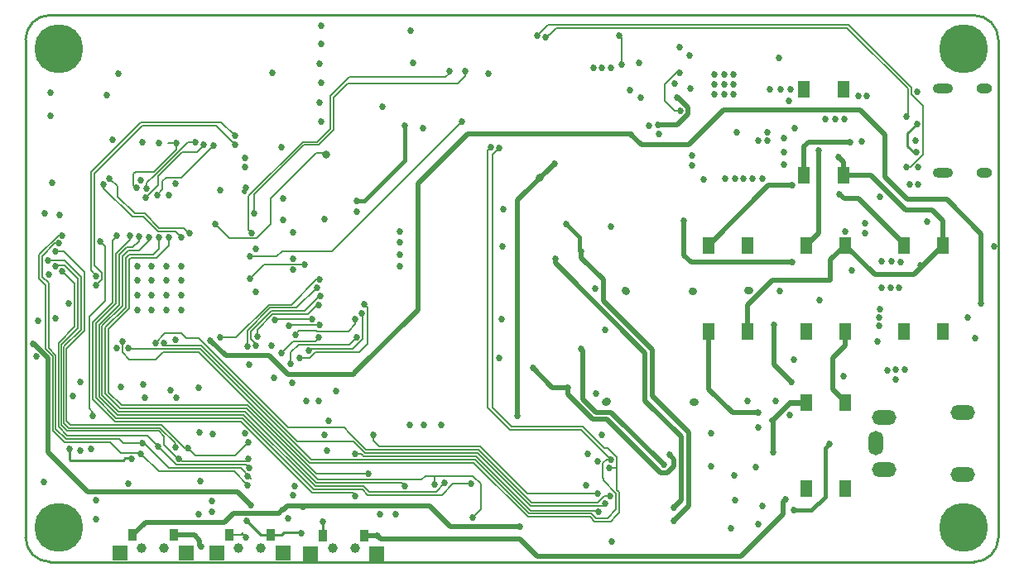
<source format=gbr>
%TF.GenerationSoftware,KiCad,Pcbnew,(6.0.4)*%
%TF.CreationDate,2023-03-22T18:48:27+03:00*%
%TF.ProjectId,mp3_test_board,6d70335f-7465-4737-945f-626f6172642e,rev?*%
%TF.SameCoordinates,Original*%
%TF.FileFunction,Copper,L1,Top*%
%TF.FilePolarity,Positive*%
%FSLAX46Y46*%
G04 Gerber Fmt 4.6, Leading zero omitted, Abs format (unit mm)*
G04 Created by KiCad (PCBNEW (6.0.4)) date 2023-03-22 18:48:27*
%MOMM*%
%LPD*%
G01*
G04 APERTURE LIST*
%TA.AperFunction,Profile*%
%ADD10C,0.250000*%
%TD*%
%TA.AperFunction,ComponentPad*%
%ADD11C,1.000000*%
%TD*%
%TA.AperFunction,SMDPad,CuDef*%
%ADD12R,0.900000X1.200000*%
%TD*%
%TA.AperFunction,SMDPad,CuDef*%
%ADD13R,1.500000X1.500000*%
%TD*%
%TA.AperFunction,SMDPad,CuDef*%
%ADD14R,1.300000X1.800000*%
%TD*%
%TA.AperFunction,ComponentPad*%
%ADD15C,5.000000*%
%TD*%
%TA.AperFunction,ComponentPad*%
%ADD16C,0.800000*%
%TD*%
%TA.AperFunction,ComponentPad*%
%ADD17O,1.500000X2.500000*%
%TD*%
%TA.AperFunction,ComponentPad*%
%ADD18O,2.500000X1.500000*%
%TD*%
%TA.AperFunction,ComponentPad*%
%ADD19O,2.100000X1.000000*%
%TD*%
%TA.AperFunction,ComponentPad*%
%ADD20O,1.600000X1.000000*%
%TD*%
%TA.AperFunction,ViaPad*%
%ADD21C,0.685800*%
%TD*%
%TA.AperFunction,ViaPad*%
%ADD22C,0.800000*%
%TD*%
%TA.AperFunction,Conductor*%
%ADD23C,0.508000*%
%TD*%
%TA.AperFunction,Conductor*%
%ADD24C,0.127000*%
%TD*%
%TA.AperFunction,Conductor*%
%ADD25C,0.800000*%
%TD*%
%TA.AperFunction,Conductor*%
%ADD26C,0.250000*%
%TD*%
%TA.AperFunction,Conductor*%
%ADD27C,0.400000*%
%TD*%
%TA.AperFunction,Conductor*%
%ADD28C,0.500000*%
%TD*%
%TA.AperFunction,Conductor*%
%ADD29C,0.600000*%
%TD*%
G04 APERTURE END LIST*
D10*
X173460000Y-99250000D02*
G75*
G03*
X175960000Y-96750000I-100J2500100D01*
G01*
X175960000Y-45750000D02*
G75*
G03*
X173460000Y-43250000I-2500000J0D01*
G01*
X78967767Y-43232167D02*
G75*
G03*
X76467767Y-45732233I33J-2500033D01*
G01*
X76467767Y-45732233D02*
X76467767Y-96732233D01*
X78967767Y-99232233D02*
X173467767Y-99232233D01*
X175960000Y-96750000D02*
X175960000Y-45750000D01*
X173467767Y-43232233D02*
X78967767Y-43232233D01*
X76467767Y-96732233D02*
G75*
G03*
X78967767Y-99232233I2500033J33D01*
G01*
D11*
%TO.P,SW7,*%
%TO.N,*%
X107850000Y-97852500D03*
X110150000Y-97852500D03*
D12*
%TO.P,SW7,1,1*%
%TO.N,Net-(R7-Pad1)*%
X111100000Y-96552500D03*
%TO.P,SW7,2,2*%
%TO.N,GND*%
X106900000Y-96552500D03*
D13*
%TO.P,SW7,3*%
%TO.N,N/C*%
X112400000Y-98392500D03*
%TO.P,SW7,4*%
X105600000Y-98392500D03*
%TD*%
D14*
%TO.P,SW1,1,1*%
%TO.N,Net-(R10-Pad2)*%
X146300000Y-75600000D03*
%TO.P,SW1,2,2*%
X146300000Y-66800000D03*
%TO.P,SW1,3,K*%
%TO.N,GND*%
X150300000Y-75600000D03*
%TO.P,SW1,4,A*%
%TO.N,unconnected-(SW1-Pad4)*%
X150300000Y-66800000D03*
%TD*%
D11*
%TO.P,SW6,*%
%TO.N,*%
X100550000Y-97780000D03*
X98250000Y-97780000D03*
D12*
%TO.P,SW6,1,1*%
%TO.N,/SOC/KEYS*%
X101500000Y-96480000D03*
%TO.P,SW6,2,2*%
%TO.N,GND*%
X97300000Y-96480000D03*
D13*
%TO.P,SW6,3*%
%TO.N,N/C*%
X102800000Y-98320000D03*
%TO.P,SW6,4*%
X96000000Y-98320000D03*
%TD*%
D15*
%TO.P,H4,1*%
%TO.N,N/C*%
X172400000Y-46700000D03*
D16*
X173725825Y-48025825D03*
X174275000Y-46700000D03*
X170525000Y-46700000D03*
X171074175Y-48025825D03*
X173725825Y-45374175D03*
X172400000Y-44825000D03*
X171074175Y-45374175D03*
X172400000Y-48575000D03*
%TD*%
%TO.P,H2,1*%
%TO.N,N/C*%
X79900000Y-48575000D03*
X81225825Y-45374175D03*
X78574175Y-45374175D03*
D15*
X79900000Y-46700000D03*
D16*
X79900000Y-44825000D03*
X81225825Y-48025825D03*
X81775000Y-46700000D03*
X78574175Y-48025825D03*
X78025000Y-46700000D03*
%TD*%
%TO.P,H1,1*%
%TO.N,N/C*%
X81225825Y-97025825D03*
X81775000Y-95700000D03*
X78574175Y-97025825D03*
D15*
X79900000Y-95700000D03*
D16*
X79900000Y-93825000D03*
X79900000Y-97575000D03*
X81225825Y-94374175D03*
X78025000Y-95700000D03*
X78574175Y-94374175D03*
%TD*%
D14*
%TO.P,SW3,1,1*%
%TO.N,Net-(R10-Pad1)*%
X156300000Y-91700000D03*
%TO.P,SW3,2,2*%
X156300000Y-82900000D03*
%TO.P,SW3,3,K*%
%TO.N,GND*%
X160300000Y-91700000D03*
%TO.P,SW3,4,A*%
%TO.N,unconnected-(SW3-Pad4)*%
X160300000Y-82900000D03*
%TD*%
%TO.P,SW2,1,1*%
%TO.N,Net-(R12-Pad2)*%
X166300000Y-75600000D03*
%TO.P,SW2,2,2*%
X166300000Y-66800000D03*
%TO.P,SW2,3,K*%
%TO.N,GND*%
X170300000Y-75600000D03*
%TO.P,SW2,4,A*%
X170300000Y-66800000D03*
%TD*%
D11*
%TO.P,SW8,*%
%TO.N,*%
X88350000Y-97780000D03*
X90650000Y-97780000D03*
D12*
%TO.P,SW8,1,1*%
%TO.N,GND*%
X91600000Y-96480000D03*
%TO.P,SW8,2,2*%
%TO.N,Net-(D12-Pad1)*%
X87400000Y-96480000D03*
D13*
%TO.P,SW8,3*%
%TO.N,N/C*%
X92900000Y-98320000D03*
%TO.P,SW8,4*%
X86100000Y-98320000D03*
%TD*%
D16*
%TO.P,H3,1*%
%TO.N,N/C*%
X174275000Y-95700000D03*
X173725825Y-97025825D03*
X171074175Y-94374175D03*
X171074175Y-97025825D03*
D15*
X172400000Y-95700000D03*
D16*
X170525000Y-95700000D03*
X173725825Y-94374175D03*
X172400000Y-97575000D03*
X172400000Y-93825000D03*
%TD*%
D14*
%TO.P,SW4,1,1*%
%TO.N,Net-(R13-Pad2)*%
X156100000Y-59600000D03*
%TO.P,SW4,2,2*%
X156100000Y-50800000D03*
%TO.P,SW4,3,K*%
%TO.N,GND*%
X160100000Y-59600000D03*
%TO.P,SW4,4,A*%
X160100000Y-50800000D03*
%TD*%
%TO.P,SW5,1,1*%
%TO.N,Net-(R11-Pad2)*%
X156300000Y-75600000D03*
%TO.P,SW5,2,2*%
X156300000Y-66800000D03*
%TO.P,SW5,3,K*%
%TO.N,GND*%
X160300000Y-75600000D03*
%TO.P,SW5,4,A*%
X160300000Y-66800000D03*
%TD*%
D17*
%TO.P,J2,1,1*%
%TO.N,GND*%
X163395000Y-87100000D03*
D18*
%TO.P,J2,2,2*%
%TO.N,unconnected-(J2-Pad2)*%
X164295000Y-84450000D03*
%TO.P,J2,3,3*%
%TO.N,Net-(D10-Pad2)*%
X172295000Y-90300000D03*
X172295000Y-83900000D03*
%TO.P,J2,4,4*%
%TO.N,Net-(D9-Pad2)*%
X164295000Y-89750000D03*
%TD*%
D19*
%TO.P,P2,S1,SHIELD*%
%TO.N,GND*%
X170325000Y-59390000D03*
X170325000Y-50750000D03*
D20*
X174505000Y-50750000D03*
X174505000Y-59390000D03*
%TD*%
D21*
%TO.N,+3V3*%
X133961747Y-88173555D03*
X107042700Y-64123938D03*
X94301140Y-90939455D03*
X84800000Y-51400000D03*
X154722700Y-50803938D03*
X83641747Y-92880055D03*
X152550000Y-50800000D03*
X103721408Y-80873216D03*
X139200000Y-48100000D03*
X102800000Y-64200000D03*
X112946020Y-52603980D03*
X94190000Y-81420000D03*
X91780000Y-60500000D03*
X96371564Y-61171564D03*
X101862358Y-80364166D03*
X119011747Y-85198555D03*
X79509100Y-74303938D03*
X153689132Y-50800000D03*
X115741747Y-85189949D03*
X110363806Y-63391630D03*
X88461747Y-81043555D03*
X153689132Y-50800000D03*
X79905000Y-63695000D03*
X136425747Y-97171555D03*
X154533762Y-51995000D03*
X103806445Y-92393555D03*
%TO.N,GND*%
X151807700Y-93478938D03*
X87870000Y-70420000D03*
X117082700Y-54803938D03*
X90870000Y-68920000D03*
X95531747Y-94063555D03*
X98942700Y-58783938D03*
X103301747Y-94783555D03*
X79030000Y-53570000D03*
X79203364Y-60413938D03*
X148900000Y-49300000D03*
X164032700Y-71143938D03*
X83640000Y-94830000D03*
X78812700Y-69833938D03*
X81264747Y-82220055D03*
X88208280Y-60143328D03*
X153991747Y-55863555D03*
X163570000Y-76630000D03*
X148900000Y-50300000D03*
X94161747Y-94373555D03*
X167732462Y-58793700D03*
X114740000Y-68990000D03*
X134950400Y-88922876D03*
X90870000Y-73420000D03*
X151411747Y-85487555D03*
X154010000Y-57300000D03*
X98942700Y-57873938D03*
X138243761Y-50924999D03*
X173601638Y-76325000D03*
X83141747Y-87650555D03*
X175500000Y-66900000D03*
X106672700Y-44293938D03*
X114740000Y-66520000D03*
X150800000Y-60000000D03*
X77531747Y-78193555D03*
X137750000Y-71400421D03*
X112670000Y-94310000D03*
X106660000Y-54090000D03*
X151800000Y-60000000D03*
X114730000Y-67750000D03*
X90870000Y-70420000D03*
X167665900Y-51100000D03*
X161672700Y-51513938D03*
X162482700Y-51533938D03*
X135878600Y-82725370D03*
X165934700Y-68513938D03*
X87870000Y-71920000D03*
X135750000Y-75425000D03*
X149000000Y-60000000D03*
X148900000Y-51300000D03*
X92370000Y-73420000D03*
X92370000Y-70420000D03*
X164012700Y-68433938D03*
X116058762Y-48100000D03*
X164972700Y-71143938D03*
X146900000Y-49300000D03*
X124900000Y-78386638D03*
X165032700Y-68463938D03*
X160992700Y-69373938D03*
X105166842Y-82718650D03*
X88665115Y-82395115D03*
X106721747Y-50149600D03*
X87870000Y-68920000D03*
X146900000Y-51300000D03*
X106421747Y-82719150D03*
X114341747Y-94318555D03*
X103802700Y-69303938D03*
X90870000Y-71920000D03*
X91880000Y-82440000D03*
X79000000Y-51200000D03*
X160100500Y-80200000D03*
X123800000Y-49200000D03*
X103782700Y-65463938D03*
X102620000Y-56730000D03*
X103782700Y-68153938D03*
X77738032Y-74522857D03*
X147900000Y-51300000D03*
X92370000Y-71920000D03*
X144800000Y-82875000D03*
X155142700Y-54843938D03*
X153175000Y-82775000D03*
X168035500Y-68853938D03*
X106830000Y-95120000D03*
X146900000Y-50300000D03*
X139400000Y-51700000D03*
X78420000Y-63540000D03*
X125235000Y-66956238D03*
X99020000Y-96676555D03*
X168700000Y-64400000D03*
X106721747Y-46203555D03*
X87870000Y-73420000D03*
X108210000Y-81740000D03*
X135409747Y-86249555D03*
X89370000Y-70420000D03*
X162000000Y-56200000D03*
X86944149Y-91229149D03*
X151157747Y-89551555D03*
X150300000Y-82775000D03*
X135412700Y-48653938D03*
X149900000Y-60000000D03*
X133771747Y-91403555D03*
X153600000Y-71500000D03*
X165772700Y-71153938D03*
X159582700Y-57773938D03*
X148000000Y-60000000D03*
X147900000Y-49300000D03*
X82091747Y-87803555D03*
X143381747Y-46533555D03*
X101746200Y-49146200D03*
X106542700Y-48243938D03*
X136325000Y-64910000D03*
X94231747Y-85963555D03*
X78321747Y-91071745D03*
X85921400Y-49200000D03*
X89370000Y-73420000D03*
X115804381Y-44795619D03*
X95501747Y-92962400D03*
X147900000Y-50300000D03*
X136292700Y-48663938D03*
X151411747Y-95393555D03*
X85371747Y-56023555D03*
X101625371Y-77086891D03*
X103950000Y-91430000D03*
X114740000Y-65400000D03*
X117201747Y-85189949D03*
X134592700Y-48633938D03*
X146607700Y-89478938D03*
X150335000Y-71420000D03*
X107420000Y-84814155D03*
X94420000Y-97680000D03*
X163570000Y-76630000D03*
X89370000Y-68920000D03*
X85747828Y-77291808D03*
X154040967Y-58498576D03*
X106550000Y-52200000D03*
X144625000Y-71450000D03*
X102800000Y-62000000D03*
X89370000Y-71920000D03*
X92370000Y-68920000D03*
%TO.N,+1V8A*%
X99339147Y-79018736D03*
X86224321Y-81285679D03*
X91140719Y-61659100D03*
%TO.N,Net-(C5-Pad2)*%
X84467800Y-60592797D03*
X92388385Y-65976917D03*
%TO.N,Net-(C6-Pad2)*%
X85057836Y-59932782D03*
X93201747Y-65563555D03*
%TO.N,VBUS*%
X159252700Y-53873938D03*
X160242700Y-53873938D03*
X167472700Y-56093938D03*
X158232700Y-53893938D03*
X142843193Y-50244431D03*
%TO.N,+5VA*%
X157682100Y-72403600D03*
X148607700Y-95752276D03*
X162360000Y-65540000D03*
X134750000Y-71200000D03*
X163800000Y-74190000D03*
X163850000Y-73320000D03*
X149007700Y-92878938D03*
X154582700Y-84153938D03*
X146607700Y-86078938D03*
X163790000Y-75020000D03*
X134836200Y-82000000D03*
X148907700Y-90378938D03*
X163857747Y-61865555D03*
X162360000Y-64520000D03*
%TO.N,-5VA*%
X164651747Y-79583555D03*
X165452700Y-80523938D03*
X166402700Y-79553938D03*
X165472700Y-79533938D03*
X125154539Y-74382100D03*
X160290000Y-65350000D03*
X155050000Y-78550000D03*
X125300000Y-63075000D03*
%TO.N,Net-(C61-Pad1)*%
X141224102Y-55432536D03*
X143106209Y-51662961D03*
X140212700Y-54513938D03*
X141150000Y-54500000D03*
%TO.N,Net-(R53-Pad1)*%
X99400000Y-70200000D03*
X104972700Y-68753938D03*
%TO.N,VCC*%
X166902700Y-60563938D03*
X153512700Y-47633938D03*
X149182700Y-55203938D03*
X167702700Y-60563938D03*
X151411747Y-56093938D03*
X152312700Y-55233938D03*
X144439288Y-50765514D03*
X152302700Y-56053938D03*
%TO.N,Net-(C71-Pad2)*%
X172832700Y-74203938D03*
%TO.N,/SOC/SDC_D1*%
X88430000Y-56220000D03*
%TO.N,/SOC/SDC_D0*%
X90103854Y-56365910D03*
%TO.N,/SOC/SDC_CLK*%
X91852700Y-56303938D03*
X87822731Y-60940267D03*
%TO.N,/SOC/SDC_CMD*%
X93830000Y-56250000D03*
X88856230Y-60965924D03*
%TO.N,/SOC/SDC_D3*%
X88777366Y-61901661D03*
X94685717Y-56476951D03*
%TO.N,/SOC/SDC_D2*%
X89907331Y-61628569D03*
X95687115Y-56621476D03*
%TO.N,Net-(D10-Pad2)*%
X155082700Y-93953938D03*
X158682700Y-87153938D03*
%TO.N,Net-(D12-Pad1)*%
X126771747Y-84243555D03*
D22*
X129010000Y-59870000D03*
D21*
X130556000Y-58420000D03*
X127025302Y-95610000D03*
X104840000Y-93550000D03*
%TO.N,/SOC/LCD_RS*%
X103603143Y-78948866D03*
X110353230Y-76186770D03*
%TO.N,/SOC/LCD_WR*%
X106463868Y-76258911D03*
X102610679Y-77859321D03*
%TO.N,/SOC/LCD_RD*%
X103410000Y-75040000D03*
X106530000Y-74990000D03*
%TO.N,/SOC/LCD_D3*%
X101991564Y-74478436D03*
X105736110Y-74384100D03*
%TO.N,/SOC/LCD_D4*%
X110193653Y-74382875D03*
X104090000Y-75950000D03*
%TO.N,/SOC/LCD_D5*%
X110860000Y-73800000D03*
X105470000Y-77575900D03*
%TO.N,/SOC/LCD_D6*%
X104530000Y-78380000D03*
X111140000Y-72830000D03*
%TO.N,/SOC/LCD_D7*%
X106440000Y-72950000D03*
X100150000Y-76170000D03*
%TO.N,/SOC/LCD_D10*%
X100038217Y-77048215D03*
X106640154Y-72022937D03*
%TO.N,/SOC/LCD_D11*%
X106240000Y-71130000D03*
X99160000Y-77160000D03*
%TO.N,/SOC/LCD_D12*%
X106539408Y-70296864D03*
X96391747Y-76213555D03*
%TO.N,Net-(P2-PadA7)*%
X167590000Y-57280000D03*
X167650000Y-54370000D03*
%TO.N,/SOC/LCD_PWM*%
X99430000Y-67950895D03*
X121100000Y-54100000D03*
%TO.N,/SOC/KEYS*%
X77235847Y-76868518D03*
X99517247Y-93383094D03*
X99110000Y-95030000D03*
X104630000Y-96280000D03*
%TO.N,/SOC/FLASH_SPI_CS*%
X122191747Y-94648555D03*
X118281747Y-91278555D03*
X90111747Y-65993555D03*
%TO.N,Net-(R7-Pad1)*%
X112438694Y-96552500D03*
X154205747Y-92853555D03*
%TO.N,Net-(R10-Pad1)*%
X152935747Y-88027555D03*
%TO.N,Net-(R10-Pad2)*%
X154915724Y-60640400D03*
X151411747Y-83963555D03*
%TO.N,Net-(R11-Pad2)*%
X157563266Y-57108938D03*
%TO.N,Net-(R12-Pad2)*%
X159720000Y-61564338D03*
%TO.N,/SOC/USB_DM*%
X128800000Y-45300000D03*
X97882700Y-55603938D03*
X83690000Y-69940000D03*
X166532700Y-58753938D03*
%TO.N,/SOC/USB_DP*%
X97882700Y-56489241D03*
X83674963Y-70883250D03*
X129667090Y-45478652D03*
X166596256Y-53603826D03*
%TO.N,Net-(C41-Pad1)*%
X142740400Y-93682876D03*
X130647130Y-68187206D03*
%TO.N,Net-(C42-Pad1)*%
X131950000Y-81400000D03*
X142340400Y-88282876D03*
X128350000Y-79400000D03*
%TO.N,Net-(C43-Pad1)*%
X133299500Y-77403938D03*
X141740400Y-89282876D03*
%TO.N,Net-(C44-Pad1)*%
X142790400Y-95032876D03*
X131750000Y-64600000D03*
X133291500Y-67400000D03*
%TO.N,Net-(C49-Pad2)*%
X154915456Y-68551764D03*
X143808191Y-64328447D03*
%TO.N,Net-(C51-Pad2)*%
X153000000Y-75000000D03*
X154800000Y-80800000D03*
%TO.N,/NewDAC/I2C_SCL*%
X137432700Y-48253938D03*
X137189927Y-45311165D03*
X124069069Y-56729083D03*
X136332700Y-88753938D03*
X86998311Y-77326991D03*
%TO.N,/NewDAC/I2C_SDIN*%
X144400000Y-47400000D03*
X136133631Y-89616569D03*
X86390691Y-76683129D03*
X124896874Y-56840750D03*
%TO.N,/Power/AUDIO_PWR_EN*%
X174200000Y-72800000D03*
X95361747Y-76563555D03*
%TO.N,DEBUG_UART_RX*%
X121400000Y-49000000D03*
X99880000Y-63540000D03*
%TO.N,DEBUG_UART_TX*%
X119800000Y-49000000D03*
X99569393Y-65544814D03*
%TO.N,/SOC/FLASH_SPI_MOSI*%
X89081747Y-65963555D03*
X115221747Y-91464455D03*
%TO.N,/NewDAC/I2S_MCLK*%
X134971564Y-92271564D03*
X112020000Y-86220000D03*
%TO.N,/SOC/FLASH_SPI_HOLD*%
X85821747Y-65803555D03*
X110181747Y-92445455D03*
%TO.N,/SOC/FLASH_SPI_WP*%
X87101747Y-65833555D03*
X122011747Y-91208555D03*
%TO.N,/SOC/FLASH_SPI_CLK*%
X111543100Y-90188555D03*
X91151747Y-65993555D03*
%TO.N,/NewDAC/I2S_LRCK*%
X110160000Y-88150000D03*
X135030000Y-94135900D03*
X91820959Y-76471537D03*
%TO.N,/NewDAC/I2S_BCLK*%
X136273997Y-92485338D03*
X89725481Y-76798038D03*
%TO.N,/NewDAC/I2S_DIN*%
X135780000Y-93220000D03*
X90611862Y-76798038D03*
%TO.N,/Power/IRQ*%
X143345000Y-49105900D03*
X143442322Y-53022870D03*
%TO.N,+1V8B*%
X100000000Y-67200000D03*
X98967745Y-60942861D03*
%TO.N,+0V9*%
X145800000Y-60100000D03*
X144600000Y-57600000D03*
X91255092Y-81637264D03*
X82021747Y-80760955D03*
X80884847Y-72793555D03*
X100050955Y-71605900D03*
X144662700Y-58613938D03*
%TO.N,/SOC/FLASH_SPI_MISO*%
X88061747Y-65903555D03*
X119331747Y-91148555D03*
%TO.N,/Power/PWR_KEY*%
X95866195Y-64657643D03*
D22*
X107190000Y-57500000D03*
D21*
%TO.N,Net-(C76-Pad2)*%
X80920000Y-87650555D03*
X87270000Y-88716555D03*
%TO.N,Net-(C60-Pad1)*%
X107321747Y-87798555D03*
X98899644Y-86090356D03*
%TO.N,/SOC/WIFI_SDIO_CMD*%
X90001747Y-87383555D03*
X80234638Y-69480871D03*
X99307816Y-89588936D03*
%TO.N,/SOC/WIFI_SDIO_D0*%
X92165183Y-88690119D03*
X79523906Y-68953025D03*
X99277281Y-88704160D03*
%TO.N,/SOC/WIFI_SDIO_CLK*%
X78791009Y-68347125D03*
X91817721Y-87485785D03*
%TO.N,/SOC/WIFI_SDIO_D1*%
X79513004Y-67426584D03*
X93051747Y-87543555D03*
X99287165Y-86963756D03*
%TO.N,/SOC/WIFI_SDIO_D2*%
X88391747Y-87063555D03*
X99206024Y-90468367D03*
X79863989Y-66613829D03*
%TO.N,/SOC/WIFI_SDIO_D3*%
X80214973Y-65801075D03*
X88261747Y-88143555D03*
X99191747Y-91353555D03*
%TO.N,Net-(L1-Pad1)*%
X95568398Y-86095896D03*
X107029180Y-86257655D03*
%TO.N,Net-(P1-Pad38)*%
X115254264Y-54575502D03*
X110372700Y-62283938D03*
%TO.N,Net-(R13-Pad2)*%
X160842700Y-56233938D03*
%TO.N,/SOC/WIFI_REG_ON*%
X83365698Y-84269574D03*
X84089420Y-66383555D03*
%TD*%
D23*
%TO.N,GND*%
X170300000Y-64300000D02*
X169150000Y-63150000D01*
D24*
X97300000Y-96480000D02*
X98823445Y-96480000D01*
D25*
X135803970Y-82800000D02*
X135878600Y-82725370D01*
X137750000Y-71400421D02*
X137750000Y-71420000D01*
D23*
X158796062Y-68303938D02*
X160300000Y-66800000D01*
X150300000Y-72936638D02*
X152869338Y-70367300D01*
X169150000Y-63150000D02*
X166500000Y-63150000D01*
X93720000Y-96480000D02*
X94280000Y-97040000D01*
D25*
X144725000Y-82800000D02*
X144800000Y-82875000D01*
D24*
X97300000Y-96480000D02*
X98465302Y-96480000D01*
D25*
X137750000Y-71420000D02*
X137840000Y-71510000D01*
X144715000Y-71480000D02*
X144685000Y-71450000D01*
X150475000Y-71400000D02*
X150455000Y-71420000D01*
D26*
X106900000Y-96552500D02*
X106900000Y-95190000D01*
D23*
X94280000Y-97040000D02*
X94280000Y-97540000D01*
D24*
X98823445Y-96480000D02*
X99020000Y-96676555D01*
D23*
X160300000Y-66800000D02*
X163303938Y-69803938D01*
X166500000Y-63150000D02*
X162950000Y-59600000D01*
X91600000Y-96480000D02*
X93720000Y-96480000D01*
X150300000Y-75600000D02*
X150300000Y-72936638D01*
X170300000Y-66800000D02*
X170300000Y-64300000D01*
X160100000Y-59600000D02*
X160100000Y-58291238D01*
D25*
X150455000Y-71420000D02*
X150335000Y-71420000D01*
X135750000Y-82800000D02*
X135803970Y-82800000D01*
D23*
X158796062Y-70367300D02*
X158796062Y-68303938D01*
X163303938Y-69803938D02*
X167296062Y-69803938D01*
X162950000Y-59600000D02*
X160100000Y-59600000D01*
X152869338Y-70367300D02*
X158796062Y-70367300D01*
X94280000Y-97540000D02*
X94420000Y-97680000D01*
D26*
X106900000Y-95190000D02*
X106830000Y-95120000D01*
D23*
X160100000Y-58291238D02*
X159582700Y-57773938D01*
D25*
X144800000Y-82875000D02*
X144875000Y-82800000D01*
D24*
X98465302Y-96480000D02*
X98741747Y-96203555D01*
D25*
X144685000Y-71450000D02*
X144625000Y-71450000D01*
D23*
X167296062Y-69803938D02*
X170300000Y-66800000D01*
D27*
%TO.N,+1V8A*%
X91090000Y-61540000D02*
X91140719Y-61590719D01*
X91140719Y-61590719D02*
X91140719Y-61659100D01*
D28*
X86224321Y-81285679D02*
X86224321Y-81416354D01*
D24*
%TO.N,Net-(C5-Pad2)*%
X87368762Y-63890000D02*
X88500000Y-63890000D01*
X89984089Y-65374089D02*
X91785557Y-65374089D01*
X91785557Y-65374089D02*
X92415579Y-66004111D01*
X88500000Y-63890000D02*
X89984089Y-65374089D01*
X84467800Y-60989038D02*
X87368762Y-63890000D01*
X84467800Y-60592797D02*
X84467800Y-60989038D01*
%TO.N,Net-(C6-Pad2)*%
X87641762Y-63563000D02*
X88635448Y-63563000D01*
X90120017Y-65047569D02*
X92682181Y-65047569D01*
X85057836Y-59932782D02*
X85882700Y-60757646D01*
X88635448Y-63563000D02*
X90120017Y-65047569D01*
X92682181Y-65047569D02*
X93160791Y-65526179D01*
X85882700Y-61803938D02*
X87641762Y-63563000D01*
X85882700Y-60757646D02*
X85882700Y-61803938D01*
X93160791Y-65526179D02*
X93164371Y-65526179D01*
X93164371Y-65526179D02*
X93201747Y-65563555D01*
D23*
%TO.N,Net-(C61-Pad1)*%
X144239222Y-52692783D02*
X144239222Y-53360778D01*
X143100000Y-54500000D02*
X141150000Y-54500000D01*
X144239222Y-53360778D02*
X143100000Y-54500000D01*
X143106209Y-51662961D02*
X143209400Y-51662961D01*
X143209400Y-51662961D02*
X144239222Y-52692783D01*
D24*
%TO.N,Net-(R53-Pad1)*%
X99400000Y-70200000D02*
X100846062Y-68753938D01*
X100846062Y-68753938D02*
X104972700Y-68753938D01*
%TO.N,/SOC/SDC_CLK*%
X91022700Y-56303938D02*
X91852700Y-56303938D01*
X89571747Y-59273555D02*
X87723083Y-59273555D01*
X91852700Y-56303938D02*
X91852700Y-56992602D01*
X87723083Y-59273555D02*
X87502700Y-59493938D01*
X91852700Y-56992602D02*
X89571747Y-59273555D01*
X87502700Y-59493938D02*
X87502700Y-60620236D01*
X87502700Y-60620236D02*
X87822731Y-60940267D01*
%TO.N,/SOC/SDC_CMD*%
X93036638Y-56250000D02*
X92179201Y-57107437D01*
X89686988Y-59600056D02*
X88856230Y-60430814D01*
X93830000Y-56250000D02*
X93036638Y-56250000D01*
X92179201Y-57127843D02*
X89706988Y-59600056D01*
X88856230Y-60430814D02*
X88856230Y-60965924D01*
X92179201Y-57107437D02*
X92179201Y-57127843D01*
X89706988Y-59600056D02*
X89686988Y-59600056D01*
%TO.N,/SOC/SDC_D3*%
X94460629Y-56476951D02*
X94685717Y-56476951D01*
X90018516Y-59750270D02*
X90018516Y-60660511D01*
X94023554Y-57263084D02*
X92505702Y-57263084D01*
X94685717Y-56476951D02*
X94685717Y-56600921D01*
X92505702Y-57263084D02*
X90018516Y-59750270D01*
X94685717Y-56600921D02*
X94023554Y-57263084D01*
X90018516Y-60660511D02*
X88777366Y-61901661D01*
%TO.N,/SOC/SDC_D2*%
X95687115Y-56621476D02*
X92404654Y-59903938D01*
X92404654Y-59903938D02*
X90832700Y-59903938D01*
X90482700Y-61053200D02*
X89907331Y-61628569D01*
X90832700Y-59903938D02*
X90482700Y-60253938D01*
X90482700Y-60253938D02*
X90482700Y-61053200D01*
D27*
%TO.N,Net-(D10-Pad2)*%
X158232700Y-92553938D02*
X156832700Y-93953938D01*
X156832700Y-93953938D02*
X155082700Y-93953938D01*
X158232700Y-87603938D02*
X158232700Y-92553938D01*
X158682700Y-87153938D02*
X158232700Y-87603938D01*
D23*
%TO.N,Net-(D12-Pad1)*%
X126780000Y-82171808D02*
X126780000Y-62196000D01*
X126771747Y-84243555D02*
X126771747Y-82180061D01*
X102386900Y-94233100D02*
X102760000Y-93860000D01*
X119898192Y-95610000D02*
X127025302Y-95610000D01*
X88709545Y-95170455D02*
X96769545Y-95170455D01*
X102801747Y-93893555D02*
X103198647Y-93496655D01*
X87400000Y-96480000D02*
X88709545Y-95170455D01*
X103198647Y-93496655D02*
X117784847Y-93496655D01*
X126780000Y-62196000D02*
X130556000Y-58420000D01*
X117784847Y-93496655D02*
X119898192Y-95610000D01*
X97706900Y-94233100D02*
X102386900Y-94233100D01*
X126771747Y-82180061D02*
X126780000Y-82171808D01*
X96769545Y-95170455D02*
X97706900Y-94233100D01*
D24*
%TO.N,/SOC/LCD_RS*%
X104390011Y-76969989D02*
X109570011Y-76969989D01*
X109570011Y-76969989D02*
X110353230Y-76186770D01*
X103603143Y-78948866D02*
X103603143Y-77756857D01*
X103603143Y-77756857D02*
X104390011Y-76969989D01*
%TO.N,/SOC/LCD_WR*%
X103826531Y-76643469D02*
X106079310Y-76643469D01*
X106079310Y-76643469D02*
X106463868Y-76258911D01*
X102610679Y-77859321D02*
X103826531Y-76643469D01*
%TO.N,/SOC/LCD_RD*%
X103410000Y-75040000D02*
X103460000Y-74990000D01*
X103460000Y-74990000D02*
X106530000Y-74990000D01*
%TO.N,/SOC/LCD_D3*%
X105736110Y-74384100D02*
X105720210Y-74400000D01*
X105720210Y-74400000D02*
X102070000Y-74400000D01*
X102070000Y-74400000D02*
X101991564Y-74478436D01*
%TO.N,/SOC/LCD_D4*%
X104450000Y-75590000D02*
X104090000Y-75950000D01*
X106279022Y-75595911D02*
X106273111Y-75590000D01*
X106273111Y-75590000D02*
X104450000Y-75590000D01*
X110193653Y-74876347D02*
X109474089Y-75595911D01*
X109474089Y-75595911D02*
X106279022Y-75595911D01*
X110193653Y-74382875D02*
X110193653Y-74876347D01*
%TO.N,/SOC/LCD_D5*%
X109876162Y-77450000D02*
X110909130Y-76417032D01*
X110909130Y-73849130D02*
X110860000Y-73800000D01*
X105470000Y-77575900D02*
X105595900Y-77450000D01*
X105595900Y-77450000D02*
X109876162Y-77450000D01*
X110909130Y-76417032D02*
X110909130Y-73849130D01*
%TO.N,/SOC/LCD_D6*%
X111465911Y-76894089D02*
X111465911Y-73155911D01*
X105523480Y-78380000D02*
X106126480Y-77777000D01*
X110583000Y-77777000D02*
X111465911Y-76894089D01*
X104530000Y-78380000D02*
X105523480Y-78380000D01*
X106126480Y-77777000D02*
X110583000Y-77777000D01*
X111465911Y-73155911D02*
X111140000Y-72830000D01*
%TO.N,/SOC/LCD_D7*%
X100150000Y-76170000D02*
X100150000Y-75463111D01*
X102242542Y-73872525D02*
X102260017Y-73890000D01*
X102260017Y-73890000D02*
X105373321Y-73890000D01*
X100150000Y-75463111D02*
X101740586Y-73872525D01*
X101740586Y-73872525D02*
X102242542Y-73872525D01*
X106313321Y-72950000D02*
X106440000Y-72950000D01*
X105373321Y-73890000D02*
X106313321Y-72950000D01*
%TO.N,/SOC/LCD_D10*%
X99544089Y-75605911D02*
X101603995Y-73546005D01*
X104987106Y-73546005D02*
X106510174Y-72022937D01*
X101603995Y-73546005D02*
X104987106Y-73546005D01*
X106510174Y-72022937D02*
X106640154Y-72022937D01*
X99544089Y-76420978D02*
X99544089Y-75605911D01*
X100038217Y-76915106D02*
X99544089Y-76420978D01*
X100038217Y-77048215D02*
X100038217Y-76915106D01*
%TO.N,/SOC/LCD_D11*%
X99160000Y-77160000D02*
X99160000Y-75528230D01*
X104150515Y-73219485D02*
X106240000Y-71130000D01*
X101468746Y-73219485D02*
X104150515Y-73219485D01*
X99160000Y-75528230D02*
X101468746Y-73219485D01*
%TO.N,/SOC/LCD_D12*%
X96391747Y-76213555D02*
X98012908Y-76213555D01*
X101333498Y-72892965D02*
X103620146Y-72892965D01*
X106216247Y-70296864D02*
X106539408Y-70296864D01*
X103620146Y-72892965D02*
X106216247Y-70296864D01*
X98012908Y-76213555D02*
X101333498Y-72892965D01*
D26*
%TO.N,Net-(P2-PadA7)*%
X166670000Y-56660000D02*
X166670000Y-55350000D01*
X166670000Y-55350000D02*
X167650000Y-54370000D01*
X167590000Y-57280000D02*
X167290000Y-57280000D01*
X167290000Y-57280000D02*
X166670000Y-56660000D01*
D24*
%TO.N,/SOC/LCD_PWM*%
X99430000Y-67950895D02*
X102135743Y-67950895D01*
X102682700Y-67403938D02*
X107796062Y-67403938D01*
X107796062Y-67403938D02*
X121100000Y-54100000D01*
X102135743Y-67950895D02*
X102682700Y-67403938D01*
D26*
%TO.N,/SOC/KEYS*%
X101500000Y-96480000D02*
X101500000Y-96089244D01*
X102645302Y-96480000D02*
X102901747Y-96223555D01*
D23*
X77296298Y-76868518D02*
X78800380Y-78372600D01*
D26*
X100560000Y-96480000D02*
X99110000Y-95030000D01*
X101500000Y-96480000D02*
X100560000Y-96480000D01*
X101500000Y-96480000D02*
X102645302Y-96480000D01*
D23*
X78800380Y-87970380D02*
X82856049Y-92026049D01*
X98160202Y-92026049D02*
X99517247Y-93383094D01*
X77235847Y-76868518D02*
X77296298Y-76868518D01*
X78800380Y-78372600D02*
X78800380Y-87970380D01*
X82856049Y-92026049D02*
X98160202Y-92026049D01*
D26*
X104573555Y-96223555D02*
X104630000Y-96280000D01*
X102901747Y-96223555D02*
X104573555Y-96223555D01*
D24*
%TO.N,/SOC/FLASH_SPI_CS*%
X118281747Y-91278555D02*
X118281747Y-90418253D01*
X117351747Y-90413555D02*
X118286445Y-90413555D01*
X118281747Y-90418253D02*
X118286445Y-90413555D01*
X106349507Y-90833555D02*
X116931747Y-90833555D01*
X116931747Y-90833555D02*
X117351747Y-90413555D01*
X122183555Y-90413555D02*
X123020000Y-91250000D01*
X86721747Y-73153555D02*
X84631747Y-75243555D01*
X86133107Y-83525555D02*
X99041507Y-83525555D01*
X84631747Y-82024195D02*
X86133107Y-83525555D01*
X84631747Y-75243555D02*
X84631747Y-82024195D01*
X90111747Y-67183555D02*
X89551747Y-67743555D01*
X123020000Y-93820302D02*
X122191747Y-94648555D01*
X90111747Y-65993555D02*
X90111747Y-67183555D01*
X89551747Y-67743555D02*
X87051747Y-67743555D01*
X87051747Y-67743555D02*
X86721747Y-68073555D01*
X86721747Y-68073555D02*
X86721747Y-73153555D01*
X118286445Y-90413555D02*
X122183555Y-90413555D01*
X123020000Y-91250000D02*
X123020000Y-93820302D01*
X99041507Y-83525555D02*
X106349507Y-90833555D01*
D23*
%TO.N,Net-(R7-Pad1)*%
X128805747Y-98695555D02*
X149633747Y-98695555D01*
X112803747Y-96917555D02*
X127027747Y-96917555D01*
X149633747Y-98695555D02*
X153951747Y-94377555D01*
X111100000Y-96552500D02*
X112438692Y-96552500D01*
X153951747Y-94377555D02*
X153951747Y-93107555D01*
X153951747Y-93107555D02*
X154205747Y-92853555D01*
X127027747Y-96917555D02*
X128805747Y-98695555D01*
X112438692Y-96552500D02*
X112803747Y-96917555D01*
X111100000Y-96229808D02*
X111100000Y-96552500D01*
%TO.N,Net-(R10-Pad1)*%
X152935747Y-84856985D02*
X152782700Y-84703938D01*
D29*
X152782700Y-84703938D02*
X152856062Y-84703938D01*
D23*
X152935747Y-88027555D02*
X152935747Y-84856985D01*
D29*
X154660000Y-82900000D02*
X156300000Y-82900000D01*
X155983938Y-91383938D02*
X156300000Y-91700000D01*
X152856062Y-84703938D02*
X154660000Y-82900000D01*
D23*
%TO.N,Net-(R10-Pad2)*%
X152459600Y-60640400D02*
X154915724Y-60640400D01*
X146300000Y-81521238D02*
X146300000Y-75600000D01*
X146300000Y-66800000D02*
X152459600Y-60640400D01*
X148742317Y-83963555D02*
X146300000Y-81521238D01*
D29*
X146300000Y-66236638D02*
X146300000Y-66800000D01*
D23*
X151411747Y-83963555D02*
X148742317Y-83963555D01*
%TO.N,Net-(R11-Pad2)*%
X156300000Y-66800000D02*
X157563266Y-65536734D01*
X157563266Y-65536734D02*
X157563266Y-57108938D01*
%TO.N,Net-(R12-Pad2)*%
X161631362Y-62032600D02*
X166300000Y-66701238D01*
X160188262Y-62032600D02*
X161631362Y-62032600D01*
X166300000Y-66701238D02*
X166300000Y-66800000D01*
X159720000Y-61564338D02*
X160188262Y-62032600D01*
D24*
%TO.N,/SOC/USB_DM*%
X129896062Y-44203938D02*
X128800000Y-45300000D01*
X168263000Y-52523000D02*
X167060000Y-51320000D01*
X160613938Y-44203938D02*
X129896062Y-44203938D01*
X83690000Y-69940000D02*
X83156520Y-69406520D01*
X97882700Y-55603938D02*
X97737250Y-55603938D01*
X167060000Y-51320000D02*
X167060000Y-50650000D01*
X83156520Y-59330118D02*
X88282700Y-54203938D01*
X166532700Y-58753938D02*
X166986062Y-58753938D01*
X166986062Y-58753938D02*
X168263000Y-57477000D01*
X96482700Y-54203938D02*
X97882700Y-55603938D01*
X168263000Y-57477000D02*
X168263000Y-52523000D01*
X88282700Y-54203938D02*
X96482700Y-54203938D01*
X83156520Y-69406520D02*
X83156520Y-59330118D01*
X167060000Y-50650000D02*
X160613938Y-44203938D01*
%TO.N,/SOC/USB_DP*%
X166733480Y-50785250D02*
X166733480Y-53466602D01*
X160479168Y-44530938D02*
X166733480Y-50785250D01*
X129667090Y-45478652D02*
X129946490Y-45199252D01*
X166733480Y-53466602D02*
X166596256Y-53603826D01*
X129946490Y-45199252D02*
X130053718Y-45199252D01*
X83483520Y-68833520D02*
X83483520Y-59465566D01*
X83483520Y-59465566D02*
X88418148Y-54530938D01*
X83674963Y-70883250D02*
X84295911Y-70262302D01*
X130722032Y-44530938D02*
X160479168Y-44530938D01*
X84295911Y-70262302D02*
X84295911Y-69645911D01*
X84295911Y-69645911D02*
X83483520Y-68833520D01*
X88418148Y-54530938D02*
X95924397Y-54530938D01*
X95924397Y-54530938D02*
X97882700Y-56489241D01*
X130053718Y-45199252D02*
X130722032Y-44530938D01*
D23*
%TO.N,Net-(C41-Pad1)*%
X130647130Y-68187206D02*
X130647130Y-68638368D01*
X130647130Y-68638368D02*
X139832700Y-77823938D01*
X139832700Y-77823938D02*
X139832700Y-82762700D01*
X143488000Y-86418000D02*
X143488000Y-92935276D01*
X143488000Y-92935276D02*
X142740400Y-93682876D01*
X139832700Y-82762700D02*
X143488000Y-86418000D01*
%TO.N,Net-(C42-Pad1)*%
X142780000Y-89400000D02*
X142780000Y-88722476D01*
X142780000Y-88722476D02*
X142340400Y-88282876D01*
X131950000Y-81400000D02*
X131950000Y-82082501D01*
X141410313Y-90079776D02*
X142100224Y-90079776D01*
X130350000Y-81400000D02*
X128350000Y-79400000D01*
X142100224Y-90079776D02*
X142780000Y-89400000D01*
X131950000Y-81400000D02*
X130350000Y-81400000D01*
X135948537Y-84618000D02*
X141410313Y-90079776D01*
X131950000Y-82082501D02*
X134485499Y-84618000D01*
X134485499Y-84618000D02*
X135948537Y-84618000D01*
%TO.N,Net-(C43-Pad1)*%
X136367524Y-83910000D02*
X141740400Y-89282876D01*
X133472700Y-77577138D02*
X133472700Y-82603938D01*
X133472700Y-82603938D02*
X134778762Y-83910000D01*
X134778762Y-83910000D02*
X136367524Y-83910000D01*
X133299500Y-77403938D02*
X133472700Y-77577138D01*
%TO.N,Net-(C44-Pad1)*%
X135546900Y-70343900D02*
X135546900Y-72536875D01*
X140540700Y-77530675D02*
X140540700Y-82230700D01*
X135546900Y-72536875D02*
X140540700Y-77530675D01*
D24*
X133291500Y-67400000D02*
X133150000Y-67258500D01*
D27*
X133150000Y-67258500D02*
X133150000Y-66000000D01*
D23*
X133291500Y-68088500D02*
X135546900Y-70343900D01*
X144310000Y-86000000D02*
X144310000Y-93513276D01*
X140540700Y-82230700D02*
X144310000Y-86000000D01*
D27*
X133150000Y-66000000D02*
X131750000Y-64600000D01*
D23*
X133291500Y-67400000D02*
X133291500Y-68088500D01*
X144310000Y-93513276D02*
X142790400Y-95032876D01*
%TO.N,Net-(C49-Pad2)*%
X143808191Y-64328447D02*
X143808191Y-67808191D01*
X144551764Y-68551764D02*
X154915456Y-68551764D01*
X143808191Y-67808191D02*
X144551764Y-68551764D01*
%TO.N,Net-(C51-Pad2)*%
X153000000Y-79000000D02*
X154800000Y-80800000D01*
X153000000Y-75000000D02*
X153000000Y-79000000D01*
D24*
%TO.N,/NewDAC/I2C_SCL*%
X122418104Y-88743000D02*
X127972104Y-94297000D01*
X135987700Y-94742300D02*
X136880397Y-93849603D01*
X127972104Y-94297000D02*
X134333520Y-94297000D01*
X126040000Y-85720000D02*
X133298762Y-85720000D01*
X124069069Y-56729083D02*
X123732700Y-57065452D01*
X135527231Y-89112769D02*
X135886062Y-88753938D01*
X123732700Y-57065452D02*
X123732700Y-83412700D01*
X135540000Y-90600000D02*
X135527231Y-90587231D01*
X124069069Y-56729083D02*
X124057286Y-56717300D01*
X123732700Y-83412700D02*
X126040000Y-85720000D01*
X134778820Y-94742300D02*
X135987700Y-94742300D01*
X137432700Y-45553938D02*
X137189927Y-45311165D01*
X135886062Y-88753938D02*
X136332700Y-88753938D01*
X137432700Y-48253938D02*
X137432700Y-45553938D01*
X136880397Y-92234158D02*
X135540000Y-90893761D01*
X87075258Y-77403938D02*
X94307234Y-77403938D01*
X136880397Y-93849603D02*
X136880397Y-92234158D01*
X133298762Y-85720000D02*
X136332700Y-88753938D01*
X134333520Y-94297000D02*
X134778820Y-94742300D01*
X135527231Y-90587231D02*
X135527231Y-89112769D01*
X94307234Y-77403938D02*
X105646296Y-88743000D01*
X135540000Y-90893761D02*
X135540000Y-90600000D01*
X86998311Y-77326991D02*
X87075258Y-77403938D01*
X105646296Y-88743000D02*
X122418104Y-88743000D01*
%TO.N,/NewDAC/I2C_SDIN*%
X136960000Y-89600000D02*
X136960000Y-91851313D01*
X136960000Y-91851313D02*
X137207397Y-92098710D01*
X122282656Y-89070000D02*
X127836656Y-94624000D01*
X86353728Y-77789990D02*
X87057293Y-78493555D01*
X127836656Y-94624000D02*
X134198072Y-94624000D01*
X134643372Y-95069300D02*
X136290700Y-95069300D01*
X126175448Y-85393000D02*
X133434210Y-85393000D01*
X134198072Y-94624000D02*
X134643372Y-95069300D01*
X135615605Y-87574395D02*
X136010737Y-87574395D01*
X136290700Y-95069300D02*
X136830000Y-94530000D01*
X124206000Y-83423552D02*
X126175448Y-85393000D01*
X94171786Y-77730938D02*
X105510848Y-89070000D01*
X136133631Y-89616569D02*
X136943431Y-89616569D01*
X124206000Y-57531624D02*
X124206000Y-83423552D01*
X136010737Y-87574395D02*
X136960000Y-88523658D01*
X137207397Y-94152603D02*
X136770000Y-94590000D01*
X105510848Y-89070000D02*
X122282656Y-89070000D01*
X86390691Y-76683129D02*
X86353728Y-76720092D01*
X136943431Y-89616569D02*
X136960000Y-89600000D01*
X133434210Y-85393000D02*
X135615605Y-87574395D01*
X90554364Y-77730938D02*
X94171786Y-77730938D01*
X86353728Y-76720092D02*
X86353728Y-77789990D01*
X89791747Y-78493555D02*
X90554364Y-77730938D01*
X136960000Y-88523658D02*
X136960000Y-89600000D01*
X137207397Y-92098710D02*
X137207397Y-94152603D01*
X124896874Y-56840750D02*
X124206000Y-57531624D01*
X87057293Y-78493555D02*
X89791747Y-78493555D01*
D23*
%TO.N,/Power/AUDIO_PWR_EN*%
X116586000Y-73406000D02*
X116586000Y-60452000D01*
X96928279Y-78130087D02*
X101353100Y-78130087D01*
X116586000Y-60452000D02*
X121666000Y-55372000D01*
X166651747Y-62119555D02*
X164365747Y-59833555D01*
X101353100Y-78130087D02*
X103276568Y-80053555D01*
X138314192Y-55372000D02*
X138430000Y-55372000D01*
X161825747Y-52975555D02*
X147855747Y-52975555D01*
X174200000Y-65603808D02*
X170715747Y-62119555D01*
X164365747Y-59833555D02*
X164365747Y-55515555D01*
X147855747Y-52975555D02*
X144299747Y-56531555D01*
X110081747Y-79993555D02*
X110081747Y-79910253D01*
X164365747Y-55515555D02*
X161825747Y-52975555D01*
X103276568Y-80053555D02*
X110021747Y-80053555D01*
X170715747Y-62119555D02*
X166651747Y-62119555D01*
X144299747Y-56531555D02*
X139473747Y-56531555D01*
X139473747Y-56531555D02*
X138314192Y-55372000D01*
X110021747Y-80053555D02*
X110081747Y-79993555D01*
X174200000Y-72800000D02*
X174200000Y-65603808D01*
X95361747Y-76563555D02*
X96928279Y-78130087D01*
X121666000Y-55372000D02*
X138314192Y-55372000D01*
X110081747Y-79910253D02*
X116586000Y-73406000D01*
D24*
%TO.N,DEBUG_UART_RX*%
X104929771Y-56538204D02*
X99880000Y-61587975D01*
X107953400Y-51659048D02*
X107953400Y-54996600D01*
X107953400Y-54996600D02*
X106411796Y-56538204D01*
X106411796Y-56538204D02*
X104929771Y-56538204D01*
X121400000Y-49459302D02*
X120659302Y-50200000D01*
X121400000Y-49000000D02*
X121400000Y-49459302D01*
X109412448Y-50200000D02*
X107953400Y-51659048D01*
X99880000Y-61587975D02*
X99880000Y-63540000D01*
X120659302Y-50200000D02*
X109412448Y-50200000D01*
%TO.N,DEBUG_UART_TX*%
X99274089Y-65249510D02*
X99569393Y-65544814D01*
X109550000Y-49600000D02*
X107626400Y-51523600D01*
X119800000Y-49000000D02*
X119800000Y-49196770D01*
X107626400Y-54861152D02*
X106276348Y-56211204D01*
X107626400Y-51523600D02*
X107626400Y-54861152D01*
X119800000Y-49196770D02*
X119396770Y-49600000D01*
X104794323Y-56211204D02*
X99274089Y-61731438D01*
X119396770Y-49600000D02*
X109550000Y-49600000D01*
X106276348Y-56211204D02*
X104794323Y-56211204D01*
X99274089Y-61731438D02*
X99274089Y-65249510D01*
%TO.N,/SOC/FLASH_SPI_MOSI*%
X84301747Y-75083555D02*
X84301747Y-82156643D01*
X86351747Y-73033555D02*
X84301747Y-75083555D01*
X86351747Y-67923555D02*
X86351747Y-73033555D01*
X84301747Y-82156643D02*
X85997659Y-83852555D01*
X111171747Y-91163555D02*
X111174747Y-91160555D01*
X89081747Y-66343555D02*
X88091747Y-67333555D01*
X114917847Y-91160555D02*
X115221747Y-91464455D01*
X86941747Y-67333555D02*
X86351747Y-67923555D01*
X85997659Y-83852555D02*
X98906059Y-83852555D01*
X106214059Y-91160555D02*
X111311747Y-91160555D01*
X111174747Y-91160555D02*
X114917847Y-91160555D01*
X88091747Y-67333555D02*
X86941747Y-67333555D01*
X89081747Y-65963555D02*
X89081747Y-66343555D01*
X98906059Y-83852555D02*
X106214059Y-91160555D01*
%TO.N,/NewDAC/I2S_MCLK*%
X112020000Y-86821808D02*
X112614192Y-87416000D01*
X122940896Y-87416000D02*
X127796460Y-92271564D01*
X127796460Y-92271564D02*
X134971564Y-92271564D01*
X112020000Y-86220000D02*
X112020000Y-86821808D01*
X112614192Y-87416000D02*
X122940896Y-87416000D01*
%TO.N,/SOC/FLASH_SPI_HOLD*%
X98499715Y-84833555D02*
X105807715Y-92141555D01*
X85337299Y-66288003D02*
X85337299Y-72660659D01*
X83320747Y-74677211D02*
X83320747Y-82562987D01*
X85821747Y-65803555D02*
X85337299Y-66288003D01*
X83320747Y-82562987D02*
X85591315Y-84833555D01*
X105807715Y-92141555D02*
X109877847Y-92141555D01*
X85337299Y-72660659D02*
X83320747Y-74677211D01*
X85591315Y-84833555D02*
X98499715Y-84833555D01*
X109877847Y-92141555D02*
X110181747Y-92445455D01*
%TO.N,/SOC/FLASH_SPI_WP*%
X110897851Y-91814555D02*
X105943163Y-91814555D01*
X120175302Y-91250000D02*
X119052447Y-92372855D01*
X121970302Y-91250000D02*
X120175302Y-91250000D01*
X83647747Y-74812659D02*
X85664299Y-72796107D01*
X85726763Y-84506555D02*
X83647747Y-82427539D01*
X111456151Y-92372855D02*
X110897851Y-91814555D01*
X87101747Y-66248659D02*
X87101747Y-65833555D01*
X85664299Y-67686107D02*
X87101747Y-66248659D01*
X119052447Y-92372855D02*
X111456151Y-92372855D01*
X122011747Y-91208555D02*
X121970302Y-91250000D01*
X105943163Y-91814555D02*
X98635163Y-84506555D01*
X83647747Y-82427539D02*
X83647747Y-74812659D01*
X85664299Y-72796107D02*
X85664299Y-67686107D01*
X98635163Y-84506555D02*
X85726763Y-84506555D01*
%TO.N,/SOC/FLASH_SPI_CLK*%
X87081747Y-68283555D02*
X87241747Y-68123555D01*
X89821747Y-68123555D02*
X91151747Y-66793555D01*
X99176955Y-83198555D02*
X86268555Y-83198555D01*
X86268555Y-83198555D02*
X84971747Y-81901747D01*
X87081747Y-73303555D02*
X87081747Y-68283555D01*
X84971747Y-75413555D02*
X87081747Y-73303555D01*
X106166955Y-90188555D02*
X99176955Y-83198555D01*
X87241747Y-68123555D02*
X89821747Y-68123555D01*
X111543100Y-90188555D02*
X106166955Y-90188555D01*
X91151747Y-66793555D02*
X91151747Y-65993555D01*
X84971747Y-81901747D02*
X84971747Y-75413555D01*
%TO.N,/NewDAC/I2S_LRCK*%
X128107552Y-93970000D02*
X134864100Y-93970000D01*
X110991648Y-88358352D02*
X111030296Y-88397000D01*
X134864100Y-93970000D02*
X135030000Y-94135900D01*
X111030296Y-88397000D02*
X122534552Y-88397000D01*
X122534552Y-88397000D02*
X128107552Y-93970000D01*
X110783296Y-88150000D02*
X110991648Y-88358352D01*
X110160000Y-88150000D02*
X110783296Y-88150000D01*
%TO.N,/NewDAC/I2S_BCLK*%
X128202448Y-93140000D02*
X122805448Y-87743000D01*
X103305347Y-85477155D02*
X94148147Y-76319955D01*
X94148147Y-76319955D02*
X92923259Y-76319955D01*
X134960000Y-93140000D02*
X128202448Y-93140000D01*
X109035347Y-85477155D02*
X103305347Y-85477155D01*
X135614662Y-92485338D02*
X134960000Y-93140000D01*
X92426859Y-75823555D02*
X90699964Y-75823555D01*
X136273997Y-92485338D02*
X135614662Y-92485338D01*
X92923259Y-76319955D02*
X92426859Y-75823555D01*
X109591747Y-86033555D02*
X109035347Y-85477155D01*
X111301192Y-87743000D02*
X112272302Y-87743000D01*
X112272302Y-87743000D02*
X112281747Y-87733555D01*
X112272302Y-87743000D02*
X112605448Y-87743000D01*
X90699964Y-75823555D02*
X89725481Y-76798038D01*
X122805448Y-87743000D02*
X112605448Y-87743000D01*
X109591747Y-86033555D02*
X111301192Y-87743000D01*
%TO.N,/NewDAC/I2S_DIN*%
X111165744Y-88070000D02*
X122670000Y-88070000D01*
X135470000Y-93530000D02*
X135780000Y-93220000D01*
X122670000Y-88070000D02*
X128130000Y-93530000D01*
X128130000Y-93530000D02*
X135470000Y-93530000D01*
X109959299Y-86863555D02*
X111165744Y-88070000D01*
X90611862Y-76798038D02*
X90891261Y-77077437D01*
X94443181Y-77077437D02*
X104229299Y-86863555D01*
X90891261Y-77077437D02*
X94443181Y-77077437D01*
X104229299Y-86863555D02*
X109959299Y-86863555D01*
%TO.N,/Power/IRQ*%
X141800000Y-52000000D02*
X141800000Y-50350000D01*
X142822870Y-53022870D02*
X141800000Y-52000000D01*
X143442322Y-53022870D02*
X142822870Y-53022870D01*
X141800000Y-50350000D02*
X143194550Y-48955450D01*
X143194550Y-48955450D02*
X143345000Y-49105900D01*
D27*
%TO.N,+1V8B*%
X98811069Y-61331069D02*
X98740000Y-61260000D01*
D24*
%TO.N,/SOC/FLASH_SPI_MISO*%
X106078611Y-91487555D02*
X111033299Y-91487555D01*
X111591599Y-92045855D02*
X118434447Y-92045855D01*
X83974747Y-74948107D02*
X83974747Y-82292091D01*
X98770611Y-84179555D02*
X106078611Y-91487555D01*
X86024747Y-72898107D02*
X83974747Y-74948107D01*
X85970000Y-84179555D02*
X98750000Y-84179555D01*
X118434447Y-92045855D02*
X119331747Y-91148555D01*
X111033299Y-91487555D02*
X111591599Y-92045855D01*
X83974747Y-82292091D02*
X85862211Y-84179555D01*
X86806299Y-67006555D02*
X86024747Y-67788107D01*
X87428747Y-67006555D02*
X86806299Y-67006555D01*
X88061747Y-66373555D02*
X87428747Y-67006555D01*
X88061747Y-65903555D02*
X88061747Y-66373555D01*
X85862211Y-84179555D02*
X85970000Y-84179555D01*
X86024747Y-67788107D02*
X86024747Y-72898107D01*
%TO.N,/Power/PWR_KEY*%
X101570000Y-62020000D02*
X106210000Y-57380000D01*
X101570000Y-64650000D02*
X101570000Y-62020000D01*
X107140000Y-57380000D02*
X107190000Y-57430000D01*
X107190000Y-57430000D02*
X107190000Y-57500000D01*
X100119275Y-66100725D02*
X101570000Y-64650000D01*
X106210000Y-57380000D02*
X107140000Y-57380000D01*
X95866195Y-64657643D02*
X97309277Y-66100725D01*
X97309277Y-66100725D02*
X100119275Y-66100725D01*
D26*
%TO.N,Net-(C76-Pad2)*%
X87270000Y-88620000D02*
X87270000Y-88716555D01*
X86660000Y-88620000D02*
X87270000Y-88620000D01*
X80920000Y-87650555D02*
X80920000Y-88750000D01*
X86430000Y-88850000D02*
X86660000Y-88620000D01*
X81020000Y-88850000D02*
X86430000Y-88850000D01*
X80920000Y-88750000D02*
X81020000Y-88850000D01*
D24*
%TO.N,/SOC/WIFI_SDIO_CMD*%
X91914711Y-89296519D02*
X99015399Y-89296519D01*
X81490747Y-70736980D02*
X81490747Y-75160443D01*
X79820440Y-85414144D02*
X80739851Y-86333555D01*
X79820440Y-76830750D02*
X79820440Y-85414144D01*
X99015399Y-89296519D02*
X99307816Y-89588936D01*
X81490747Y-75160443D02*
X79820440Y-76830750D01*
X88951747Y-86333555D02*
X90001747Y-87383555D01*
X80234638Y-69480871D02*
X81490747Y-70736980D01*
X80739851Y-86333555D02*
X88951747Y-86333555D01*
X90001747Y-87383555D02*
X91914711Y-89296519D01*
%TO.N,/SOC/WIFI_SDIO_D0*%
X90620000Y-87250000D02*
X92060119Y-88690119D01*
X80096960Y-77016678D02*
X80096960Y-85228216D01*
X81817747Y-75295891D02*
X80096960Y-77016678D01*
X79602460Y-68874471D02*
X80493233Y-68874471D01*
X92444583Y-88969519D02*
X99011922Y-88969519D01*
X80096960Y-85228216D02*
X80698800Y-85830056D01*
X90620000Y-86355380D02*
X90620000Y-87250000D01*
X80698800Y-85830056D02*
X90094676Y-85830056D01*
X92165183Y-88690119D02*
X92444583Y-88969519D01*
X81817747Y-70198985D02*
X81817747Y-75295891D01*
X79523906Y-68953025D02*
X79602460Y-68874471D01*
X92060119Y-88690119D02*
X92165183Y-88690119D01*
X80493233Y-68874471D02*
X81817747Y-70198985D01*
X99011922Y-88969519D02*
X99277281Y-88704160D01*
X90094676Y-85830056D02*
X90620000Y-86355380D01*
%TO.N,/SOC/WIFI_SDIO_CLK*%
X82144747Y-70063537D02*
X82144747Y-75431339D01*
X78791009Y-68347125D02*
X78804196Y-68333938D01*
X90230124Y-85503056D02*
X91817721Y-87090653D01*
X80373480Y-85042288D02*
X80834248Y-85503056D01*
X80373480Y-77202606D02*
X80373480Y-85042288D01*
X78804196Y-68333938D02*
X80415148Y-68333938D01*
X80834248Y-85503056D02*
X90230124Y-85503056D01*
X82144747Y-75431339D02*
X80373480Y-77202606D01*
X91817721Y-87090653D02*
X91817721Y-87485785D01*
X80415148Y-68333938D02*
X82144747Y-70063537D01*
%TO.N,/SOC/WIFI_SDIO_D1*%
X79513004Y-67426584D02*
X80355346Y-67426584D01*
X87363853Y-85189555D02*
X87377352Y-85176056D01*
X93051747Y-87543555D02*
X93823711Y-88315519D01*
X97935402Y-88315519D02*
X99287165Y-86963756D01*
X81077747Y-85189555D02*
X87363853Y-85189555D01*
X87377352Y-85176056D02*
X90365572Y-85176056D01*
X82471747Y-75566787D02*
X80650000Y-77388534D01*
X93823711Y-88315519D02*
X97935402Y-88315519D01*
X82471747Y-69542985D02*
X82471747Y-75566787D01*
X90365572Y-85176056D02*
X92733071Y-87543555D01*
X80650000Y-84761808D02*
X81077747Y-85189555D01*
X80650000Y-77388534D02*
X80650000Y-84761808D01*
X80355346Y-67426584D02*
X82471747Y-69542985D01*
X92733071Y-87543555D02*
X93051747Y-87543555D01*
%TO.N,/SOC/WIFI_SDIO_D2*%
X90068311Y-88600119D02*
X90115183Y-88600119D01*
X78801747Y-70680565D02*
X78801747Y-77322443D01*
X88578619Y-87063555D02*
X90115183Y-88600119D01*
X98483519Y-89623519D02*
X99530000Y-90670000D01*
X88391747Y-87063555D02*
X88578619Y-87063555D01*
X79543920Y-78064616D02*
X79543920Y-85600072D01*
X90115183Y-88600119D02*
X91138583Y-89623519D01*
X79468179Y-66613829D02*
X78184609Y-67897399D01*
X91138583Y-89623519D02*
X97280000Y-89623519D01*
X79543920Y-85600072D02*
X80604403Y-86660555D01*
X79863989Y-66613829D02*
X79468179Y-66613829D01*
X78184609Y-67897399D02*
X78184609Y-70063427D01*
X78184609Y-70063427D02*
X78801747Y-70680565D01*
X86028747Y-86660555D02*
X86431747Y-87063555D01*
X97280000Y-89623519D02*
X98483519Y-89623519D01*
X78801747Y-77322443D02*
X79543920Y-78064616D01*
X86431747Y-87063555D02*
X88391747Y-87063555D01*
X80604403Y-86660555D02*
X86028747Y-86660555D01*
%TO.N,/SOC/WIFI_SDIO_D3*%
X78525227Y-77436981D02*
X79267400Y-78179154D01*
X78525227Y-70866493D02*
X78525227Y-77436981D01*
X88171747Y-88053555D02*
X88261747Y-88143555D01*
X77857609Y-67761951D02*
X77857609Y-70198875D01*
X77857609Y-70198875D02*
X78525227Y-70866493D01*
X97788711Y-89950519D02*
X99191747Y-91353555D01*
X85145747Y-86987555D02*
X86211747Y-88053555D01*
X88261747Y-88143555D02*
X90068711Y-89950519D01*
X86211747Y-88053555D02*
X88171747Y-88053555D01*
X80468955Y-86987555D02*
X85145747Y-86987555D01*
X79267400Y-85786000D02*
X80468955Y-86987555D01*
X79267400Y-78179154D02*
X79267400Y-85786000D01*
X90068711Y-89950519D02*
X97788711Y-89950519D01*
X79818485Y-65801075D02*
X77857609Y-67761951D01*
X80214973Y-65801075D02*
X79818485Y-65801075D01*
D29*
%TO.N,unconnected-(SW1-Pad4)*%
X150300000Y-66800000D02*
X150300000Y-66200000D01*
D23*
%TO.N,unconnected-(SW3-Pad4)*%
X159032700Y-81553938D02*
X159032700Y-78303938D01*
X160300000Y-82821238D02*
X159032700Y-81553938D01*
X159032700Y-78303938D02*
X160300000Y-77036638D01*
X160300000Y-82900000D02*
X160300000Y-82821238D01*
X160300000Y-77036638D02*
X160300000Y-75600000D01*
D27*
%TO.N,Net-(P1-Pad38)*%
X115254264Y-54575502D02*
X115254264Y-58091038D01*
X111061364Y-62283938D02*
X110372700Y-62283938D01*
X115254264Y-58091038D02*
X111061364Y-62283938D01*
D23*
%TO.N,Net-(R13-Pad2)*%
X156552700Y-56233938D02*
X160842700Y-56233938D01*
X156100000Y-56686638D02*
X156552700Y-56233938D01*
X156100000Y-59600000D02*
X156100000Y-56686638D01*
D24*
%TO.N,/SOC/WIFI_REG_ON*%
X84622911Y-66917046D02*
X84089420Y-66383555D01*
X82993747Y-74111555D02*
X84622911Y-72482391D01*
X84622911Y-72482391D02*
X84622911Y-66917046D01*
X83365698Y-84269574D02*
X83365698Y-83905698D01*
X83365698Y-83905698D02*
X82993747Y-83533747D01*
X82993747Y-83533747D02*
X82993747Y-74111555D01*
%TD*%
M02*

</source>
